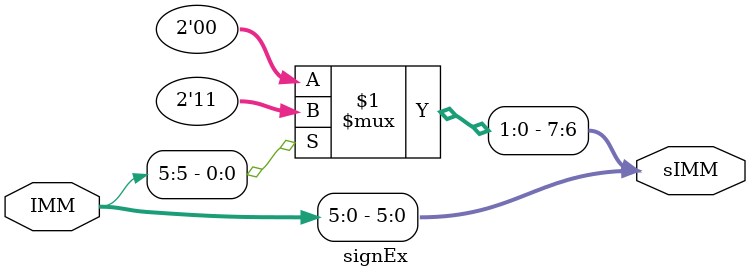
<source format=v>
module signEx(IMM, sIMM);

	input [5:0] IMM;
	output [7:0] sIMM;

	assign sIMM[5:0] = IMM;
	assign sIMM[7:6] = IMM[5] ? 2'b11 : 2'b00;

endmodule
</source>
